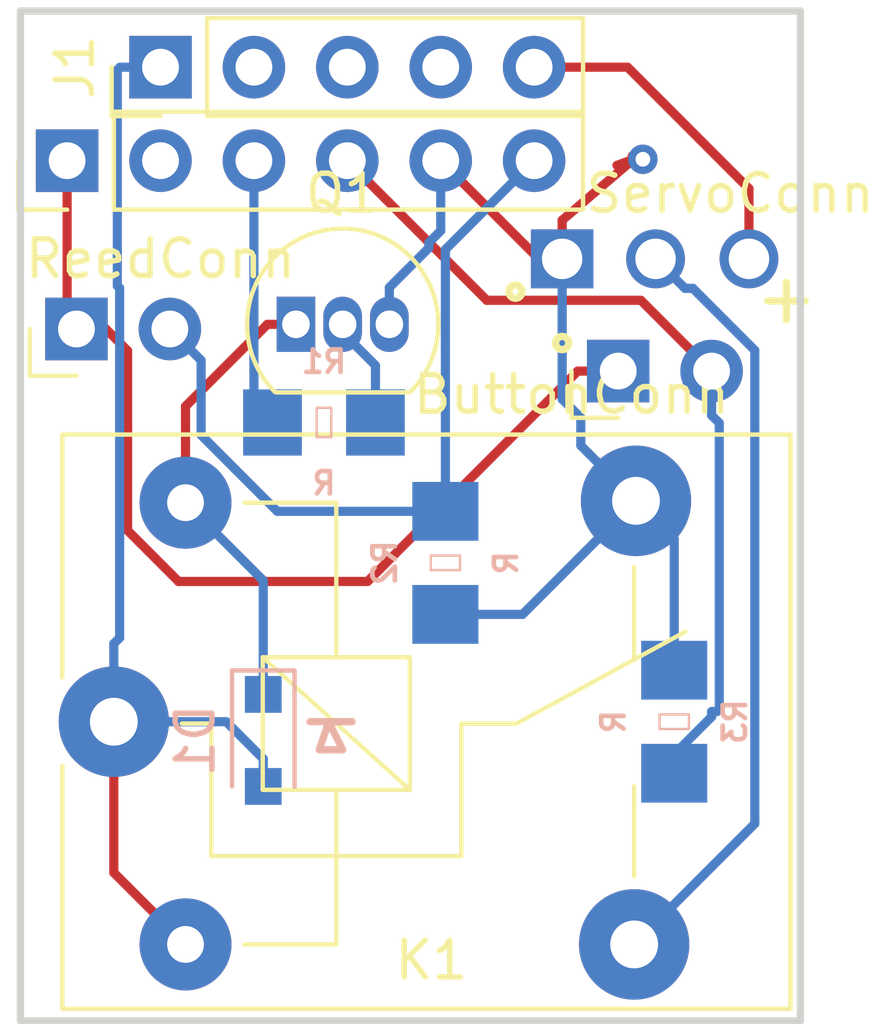
<source format=kicad_pcb>
(kicad_pcb (version 20171130) (host pcbnew "(5.0.1)-rc2")

  (general
    (thickness 1.6)
    (drawings 13)
    (tracks 80)
    (zones 0)
    (modules 11)
    (nets 11)
  )

  (page A4)
  (layers
    (0 F.Cu signal)
    (31 B.Cu signal)
    (32 B.Adhes user)
    (33 F.Adhes user)
    (34 B.Paste user)
    (35 F.Paste user)
    (36 B.SilkS user)
    (37 F.SilkS user)
    (38 B.Mask user)
    (39 F.Mask user)
    (40 Dwgs.User user hide)
    (41 Cmts.User user)
    (42 Eco1.User user)
    (43 Eco2.User user)
    (44 Edge.Cuts user)
    (45 Margin user)
    (46 B.CrtYd user hide)
    (47 F.CrtYd user hide)
    (48 B.Fab user)
    (49 F.Fab user hide)
  )

  (setup
    (last_trace_width 0.25)
    (trace_clearance 0.2)
    (zone_clearance 0.508)
    (zone_45_only no)
    (trace_min 0.2)
    (segment_width 0.2)
    (edge_width 0.15)
    (via_size 0.8)
    (via_drill 0.4)
    (via_min_size 0.4)
    (via_min_drill 0.3)
    (uvia_size 0.3)
    (uvia_drill 0.1)
    (uvias_allowed no)
    (uvia_min_size 0.2)
    (uvia_min_drill 0.1)
    (pcb_text_width 0.3)
    (pcb_text_size 1.5 1.5)
    (mod_edge_width 0.15)
    (mod_text_size 1 1)
    (mod_text_width 0.15)
    (pad_size 1.524 1.524)
    (pad_drill 0.762)
    (pad_to_mask_clearance 0.051)
    (solder_mask_min_width 0.25)
    (aux_axis_origin 0 0)
    (visible_elements 7FFFFFFF)
    (pcbplotparams
      (layerselection 0x010fc_ffffffff)
      (usegerberextensions false)
      (usegerberattributes false)
      (usegerberadvancedattributes false)
      (creategerberjobfile false)
      (excludeedgelayer true)
      (linewidth 0.100000)
      (plotframeref false)
      (viasonmask false)
      (mode 1)
      (useauxorigin false)
      (hpglpennumber 1)
      (hpglpenspeed 20)
      (hpglpendiameter 15.000000)
      (psnegative false)
      (psa4output false)
      (plotreference true)
      (plotvalue true)
      (plotinvisibletext false)
      (padsonsilk false)
      (subtractmaskfromsilk false)
      (outputformat 1)
      (mirror false)
      (drillshape 0)
      (scaleselection 1)
      (outputdirectory "Gerber/"))
  )

  (net 0 "")
  (net 1 "Net-(D1-Pad1)")
  (net 2 /5v_IN)
  (net 3 GND)
  (net 4 /3V3_IN)
  (net 5 /Relay_P3)
  (net 6 /Button_P4)
  (net 7 /Reed_P17)
  (net 8 "Net-(J3-Pad2)")
  (net 9 "Net-(Q1-Pad2)")
  (net 10 /ServoPWM_P18)

  (net_class Default "This is the default net class."
    (clearance 0.2)
    (trace_width 0.25)
    (via_dia 0.8)
    (via_drill 0.4)
    (uvia_dia 0.3)
    (uvia_drill 0.1)
    (add_net /3V3_IN)
    (add_net /5v_IN)
    (add_net /Button_P4)
    (add_net /Reed_P17)
    (add_net /Relay_P3)
    (add_net /ServoPWM_P18)
    (add_net GND)
    (add_net "Net-(D1-Pad1)")
    (add_net "Net-(J3-Pad2)")
    (add_net "Net-(Q1-Pad2)")
  )

  (module Relay_THT:Relay_SPDT_SANYOU_SRD_Series_Form_C (layer F.Cu) (tedit 58FA3148) (tstamp 5C1DDB14)
    (at 119.38 73.66)
    (descr "relay Sanyou SRD series Form C http://www.sanyourelay.ca/public/products/pdf/SRD.pdf")
    (tags "relay Sanyu SRD form C")
    (path /5BF58BC0)
    (fp_text reference K1 (at 8.636 6.477) (layer F.SilkS)
      (effects (font (size 1 1) (thickness 0.15)))
    )
    (fp_text value SANYOU_SRD_Form_C (at 8 -9.6) (layer F.Fab)
      (effects (font (size 1 1) (thickness 0.15)))
    )
    (fp_line (start -1.4 1.2) (end -1.4 7.8) (layer F.SilkS) (width 0.12))
    (fp_line (start -1.4 -7.8) (end -1.4 -1.2) (layer F.SilkS) (width 0.12))
    (fp_line (start -1.4 -7.8) (end 18.4 -7.8) (layer F.SilkS) (width 0.12))
    (fp_line (start 18.4 -7.8) (end 18.4 7.8) (layer F.SilkS) (width 0.12))
    (fp_line (start 18.4 7.8) (end -1.4 7.8) (layer F.SilkS) (width 0.12))
    (fp_text user 1 (at 0 -2.3) (layer F.Fab)
      (effects (font (size 1 1) (thickness 0.15)))
    )
    (fp_line (start -1.3 -7.7) (end 18.3 -7.7) (layer F.Fab) (width 0.12))
    (fp_line (start 18.3 -7.7) (end 18.3 7.7) (layer F.Fab) (width 0.12))
    (fp_line (start 18.3 7.7) (end -1.3 7.7) (layer F.Fab) (width 0.12))
    (fp_line (start -1.3 7.7) (end -1.3 -7.7) (layer F.Fab) (width 0.12))
    (fp_text user %R (at 7.1 0.025) (layer F.Fab)
      (effects (font (size 1 1) (thickness 0.15)))
    )
    (fp_line (start 18.55 -7.95) (end -1.55 -7.95) (layer F.CrtYd) (width 0.05))
    (fp_line (start -1.55 7.95) (end -1.55 -7.95) (layer F.CrtYd) (width 0.05))
    (fp_line (start 18.55 -7.95) (end 18.55 7.95) (layer F.CrtYd) (width 0.05))
    (fp_line (start -1.55 7.95) (end 18.55 7.95) (layer F.CrtYd) (width 0.05))
    (fp_line (start 14.15 4.2) (end 14.15 1.75) (layer F.SilkS) (width 0.12))
    (fp_line (start 14.15 -4.2) (end 14.15 -1.7) (layer F.SilkS) (width 0.12))
    (fp_line (start 3.55 6.05) (end 6.05 6.05) (layer F.SilkS) (width 0.12))
    (fp_line (start 2.65 0.05) (end 1.85 0.05) (layer F.SilkS) (width 0.12))
    (fp_line (start 6.05 -5.95) (end 3.55 -5.95) (layer F.SilkS) (width 0.12))
    (fp_line (start 9.45 0.05) (end 10.95 0.05) (layer F.SilkS) (width 0.12))
    (fp_line (start 10.95 0.05) (end 15.55 -2.45) (layer F.SilkS) (width 0.12))
    (fp_line (start 9.45 3.65) (end 2.65 3.65) (layer F.SilkS) (width 0.12))
    (fp_line (start 9.45 0.05) (end 9.45 3.65) (layer F.SilkS) (width 0.12))
    (fp_line (start 2.65 0.05) (end 2.65 3.65) (layer F.SilkS) (width 0.12))
    (fp_line (start 6.05 -5.95) (end 6.05 -1.75) (layer F.SilkS) (width 0.12))
    (fp_line (start 6.05 1.85) (end 6.05 6.05) (layer F.SilkS) (width 0.12))
    (fp_line (start 8.05 1.85) (end 4.05 -1.75) (layer F.SilkS) (width 0.12))
    (fp_line (start 4.05 1.85) (end 4.05 -1.75) (layer F.SilkS) (width 0.12))
    (fp_line (start 4.05 -1.75) (end 8.05 -1.75) (layer F.SilkS) (width 0.12))
    (fp_line (start 8.05 -1.75) (end 8.05 1.85) (layer F.SilkS) (width 0.12))
    (fp_line (start 8.05 1.85) (end 4.05 1.85) (layer F.SilkS) (width 0.12))
    (pad 2 thru_hole circle (at 1.95 6.05 90) (size 2.5 2.5) (drill 1) (layers *.Cu *.Mask)
      (net 2 /5v_IN))
    (pad 3 thru_hole circle (at 14.15 6.05 90) (size 3 3) (drill 1.3) (layers *.Cu *.Mask)
      (net 8 "Net-(J3-Pad2)"))
    (pad 4 thru_hole circle (at 14.2 -6 90) (size 3 3) (drill 1.3) (layers *.Cu *.Mask)
      (net 3 GND))
    (pad 5 thru_hole circle (at 1.95 -5.95 90) (size 2.5 2.5) (drill 1) (layers *.Cu *.Mask)
      (net 1 "Net-(D1-Pad1)"))
    (pad 1 thru_hole circle (at 0 0 90) (size 3 3) (drill 1.3) (layers *.Cu *.Mask)
      (net 2 /5v_IN))
    (model ${KISYS3DMOD}/Relay_THT.3dshapes/Relay_SPDT_SANYOU_SRD_Series_Form_C.wrl
      (at (xyz 0 0 0))
      (scale (xyz 1 1 1))
      (rotate (xyz 0 0 0))
    )
  )

  (module Diode_SMD:D_SOD-323_HandSoldering (layer B.Cu) (tedit 58641869) (tstamp 5C1DD9E5)
    (at 123.444 74.168 270)
    (descr SOD-323)
    (tags SOD-323)
    (path /5BF58F4E)
    (attr smd)
    (fp_text reference D1 (at 0 1.85 270) (layer B.SilkS)
      (effects (font (size 1 1) (thickness 0.15)) (justify mirror))
    )
    (fp_text value DIODE (at 0.1 -1.9 270) (layer B.Fab)
      (effects (font (size 1 1) (thickness 0.15)) (justify mirror))
    )
    (fp_text user %R (at 0 1.85 270) (layer B.Fab)
      (effects (font (size 1 1) (thickness 0.15)) (justify mirror))
    )
    (fp_line (start -1.9 0.85) (end -1.9 -0.85) (layer B.SilkS) (width 0.12))
    (fp_line (start 0.2 0) (end 0.45 0) (layer B.Fab) (width 0.1))
    (fp_line (start 0.2 -0.35) (end -0.3 0) (layer B.Fab) (width 0.1))
    (fp_line (start 0.2 0.35) (end 0.2 -0.35) (layer B.Fab) (width 0.1))
    (fp_line (start -0.3 0) (end 0.2 0.35) (layer B.Fab) (width 0.1))
    (fp_line (start -0.3 0) (end -0.5 0) (layer B.Fab) (width 0.1))
    (fp_line (start -0.3 0.35) (end -0.3 -0.35) (layer B.Fab) (width 0.1))
    (fp_line (start -0.9 -0.7) (end -0.9 0.7) (layer B.Fab) (width 0.1))
    (fp_line (start 0.9 -0.7) (end -0.9 -0.7) (layer B.Fab) (width 0.1))
    (fp_line (start 0.9 0.7) (end 0.9 -0.7) (layer B.Fab) (width 0.1))
    (fp_line (start -0.9 0.7) (end 0.9 0.7) (layer B.Fab) (width 0.1))
    (fp_line (start -2 0.95) (end 2 0.95) (layer B.CrtYd) (width 0.05))
    (fp_line (start 2 0.95) (end 2 -0.95) (layer B.CrtYd) (width 0.05))
    (fp_line (start -2 -0.95) (end 2 -0.95) (layer B.CrtYd) (width 0.05))
    (fp_line (start -2 0.95) (end -2 -0.95) (layer B.CrtYd) (width 0.05))
    (fp_line (start -1.9 -0.85) (end 1.25 -0.85) (layer B.SilkS) (width 0.12))
    (fp_line (start -1.9 0.85) (end 1.25 0.85) (layer B.SilkS) (width 0.12))
    (pad 1 smd rect (at -1.25 0 270) (size 1 1) (layers B.Cu B.Paste B.Mask)
      (net 1 "Net-(D1-Pad1)"))
    (pad 2 smd rect (at 1.25 0 270) (size 1 1) (layers B.Cu B.Paste B.Mask)
      (net 2 /5v_IN))
    (model ${KISYS3DMOD}/Diode_SMD.3dshapes/D_SOD-323.wrl
      (at (xyz 0 0 0))
      (scale (xyz 1 1 1))
      (rotate (xyz 0 0 0))
    )
  )

  (module Package_TO_SOT_THT:TO-92_Inline (layer F.Cu) (tedit 5A1DD157) (tstamp 5C1DDB26)
    (at 124.333 62.865)
    (descr "TO-92 leads in-line, narrow, oval pads, drill 0.75mm (see NXP sot054_po.pdf)")
    (tags "to-92 sc-43 sc-43a sot54 PA33 transistor")
    (path /5BF58CF5)
    (fp_text reference Q1 (at 1.27 -3.56) (layer F.SilkS)
      (effects (font (size 1 1) (thickness 0.15)))
    )
    (fp_text value BC547 (at 1.27 2.79) (layer F.Fab)
      (effects (font (size 1 1) (thickness 0.15)))
    )
    (fp_text user %R (at 1.27 -3.56) (layer F.Fab)
      (effects (font (size 1 1) (thickness 0.15)))
    )
    (fp_line (start -0.53 1.85) (end 3.07 1.85) (layer F.SilkS) (width 0.12))
    (fp_line (start -0.5 1.75) (end 3 1.75) (layer F.Fab) (width 0.1))
    (fp_line (start -1.46 -2.73) (end 4 -2.73) (layer F.CrtYd) (width 0.05))
    (fp_line (start -1.46 -2.73) (end -1.46 2.01) (layer F.CrtYd) (width 0.05))
    (fp_line (start 4 2.01) (end 4 -2.73) (layer F.CrtYd) (width 0.05))
    (fp_line (start 4 2.01) (end -1.46 2.01) (layer F.CrtYd) (width 0.05))
    (fp_arc (start 1.27 0) (end 1.27 -2.48) (angle 135) (layer F.Fab) (width 0.1))
    (fp_arc (start 1.27 0) (end 1.27 -2.6) (angle -135) (layer F.SilkS) (width 0.12))
    (fp_arc (start 1.27 0) (end 1.27 -2.48) (angle -135) (layer F.Fab) (width 0.1))
    (fp_arc (start 1.27 0) (end 1.27 -2.6) (angle 135) (layer F.SilkS) (width 0.12))
    (pad 2 thru_hole oval (at 1.27 0) (size 1.05 1.5) (drill 0.75) (layers *.Cu *.Mask)
      (net 9 "Net-(Q1-Pad2)"))
    (pad 3 thru_hole oval (at 2.54 0) (size 1.05 1.5) (drill 0.75) (layers *.Cu *.Mask)
      (net 3 GND))
    (pad 1 thru_hole rect (at 0 0) (size 1.05 1.5) (drill 0.75) (layers *.Cu *.Mask)
      (net 1 "Net-(D1-Pad1)"))
    (model ${KISYS3DMOD}/Package_TO_SOT_THT.3dshapes/TO-92_Inline.wrl
      (at (xyz 0 0 0))
      (scale (xyz 1 1 1))
      (rotate (xyz 0 0 0))
    )
  )

  (module Resistors:1206 (layer B.Cu) (tedit 200000) (tstamp 5C1DDB3E)
    (at 125.095 65.532 180)
    (descr "GENERIC 3216 (1206) PACKAGE")
    (tags "GENERIC 3216 (1206) PACKAGE")
    (path /5BF58D69)
    (attr smd)
    (fp_text reference R1 (at 0 1.651 180) (layer B.SilkS)
      (effects (font (size 0.6096 0.6096) (thickness 0.127)) (justify mirror))
    )
    (fp_text value R (at 0 -1.651 180) (layer B.SilkS)
      (effects (font (size 0.6096 0.6096) (thickness 0.127)) (justify mirror))
    )
    (fp_line (start -0.96266 -0.78486) (end 0.96266 -0.78486) (layer Dwgs.User) (width 0.1016))
    (fp_line (start -0.96266 0.78486) (end 0.96266 0.78486) (layer Dwgs.User) (width 0.1016))
    (fp_line (start 2.39776 1.09982) (end 2.39776 -1.09982) (layer B.CrtYd) (width 0.0508))
    (fp_line (start -2.39776 -1.09982) (end -2.39776 1.09982) (layer B.CrtYd) (width 0.0508))
    (fp_line (start 2.39776 -1.09982) (end -2.39776 -1.09982) (layer B.CrtYd) (width 0.0508))
    (fp_line (start -2.39776 1.09982) (end 2.39776 1.09982) (layer B.CrtYd) (width 0.0508))
    (fp_line (start -0.19812 -0.39878) (end -0.19812 0.39878) (layer B.SilkS) (width 0.06604))
    (fp_line (start -0.19812 0.39878) (end 0.19812 0.39878) (layer B.SilkS) (width 0.06604))
    (fp_line (start 0.19812 -0.39878) (end 0.19812 0.39878) (layer B.SilkS) (width 0.06604))
    (fp_line (start -0.19812 -0.39878) (end 0.19812 -0.39878) (layer B.SilkS) (width 0.06604))
    (fp_line (start 0.94996 -0.84836) (end 0.94996 0.8509) (layer Dwgs.User) (width 0.06604))
    (fp_line (start 0.94996 0.8509) (end 1.7018 0.8509) (layer Dwgs.User) (width 0.06604))
    (fp_line (start 1.7018 -0.84836) (end 1.7018 0.8509) (layer Dwgs.User) (width 0.06604))
    (fp_line (start 0.94996 -0.84836) (end 1.7018 -0.84836) (layer Dwgs.User) (width 0.06604))
    (fp_line (start -1.7018 -0.8509) (end -1.7018 0.84836) (layer Dwgs.User) (width 0.06604))
    (fp_line (start -1.7018 0.84836) (end -0.94996 0.84836) (layer Dwgs.User) (width 0.06604))
    (fp_line (start -0.94996 -0.8509) (end -0.94996 0.84836) (layer Dwgs.User) (width 0.06604))
    (fp_line (start -1.7018 -0.8509) (end -0.94996 -0.8509) (layer Dwgs.User) (width 0.06604))
    (pad 2 smd rect (at 1.39954 0 180) (size 1.59766 1.79832) (layers B.Cu B.Paste B.Mask)
      (net 5 /Relay_P3) (solder_mask_margin 0.1016))
    (pad 1 smd rect (at -1.39954 0 180) (size 1.59766 1.79832) (layers B.Cu B.Paste B.Mask)
      (net 9 "Net-(Q1-Pad2)") (solder_mask_margin 0.1016))
  )

  (module Resistors:1206 (layer B.Cu) (tedit 200000) (tstamp 5C1DDB56)
    (at 128.397 69.34454 270)
    (descr "GENERIC 3216 (1206) PACKAGE")
    (tags "GENERIC 3216 (1206) PACKAGE")
    (path /5BF598F1)
    (attr smd)
    (fp_text reference R2 (at 0 1.651 270) (layer B.SilkS)
      (effects (font (size 0.6096 0.6096) (thickness 0.127)) (justify mirror))
    )
    (fp_text value R (at 0 -1.651 270) (layer B.SilkS)
      (effects (font (size 0.6096 0.6096) (thickness 0.127)) (justify mirror))
    )
    (fp_line (start -1.7018 -0.8509) (end -0.94996 -0.8509) (layer Dwgs.User) (width 0.06604))
    (fp_line (start -0.94996 -0.8509) (end -0.94996 0.84836) (layer Dwgs.User) (width 0.06604))
    (fp_line (start -1.7018 0.84836) (end -0.94996 0.84836) (layer Dwgs.User) (width 0.06604))
    (fp_line (start -1.7018 -0.8509) (end -1.7018 0.84836) (layer Dwgs.User) (width 0.06604))
    (fp_line (start 0.94996 -0.84836) (end 1.7018 -0.84836) (layer Dwgs.User) (width 0.06604))
    (fp_line (start 1.7018 -0.84836) (end 1.7018 0.8509) (layer Dwgs.User) (width 0.06604))
    (fp_line (start 0.94996 0.8509) (end 1.7018 0.8509) (layer Dwgs.User) (width 0.06604))
    (fp_line (start 0.94996 -0.84836) (end 0.94996 0.8509) (layer Dwgs.User) (width 0.06604))
    (fp_line (start -0.19812 -0.39878) (end 0.19812 -0.39878) (layer B.SilkS) (width 0.06604))
    (fp_line (start 0.19812 -0.39878) (end 0.19812 0.39878) (layer B.SilkS) (width 0.06604))
    (fp_line (start -0.19812 0.39878) (end 0.19812 0.39878) (layer B.SilkS) (width 0.06604))
    (fp_line (start -0.19812 -0.39878) (end -0.19812 0.39878) (layer B.SilkS) (width 0.06604))
    (fp_line (start -2.39776 1.09982) (end 2.39776 1.09982) (layer B.CrtYd) (width 0.0508))
    (fp_line (start 2.39776 -1.09982) (end -2.39776 -1.09982) (layer B.CrtYd) (width 0.0508))
    (fp_line (start -2.39776 -1.09982) (end -2.39776 1.09982) (layer B.CrtYd) (width 0.0508))
    (fp_line (start 2.39776 1.09982) (end 2.39776 -1.09982) (layer B.CrtYd) (width 0.0508))
    (fp_line (start -0.96266 0.78486) (end 0.96266 0.78486) (layer Dwgs.User) (width 0.1016))
    (fp_line (start -0.96266 -0.78486) (end 0.96266 -0.78486) (layer Dwgs.User) (width 0.1016))
    (pad 1 smd rect (at -1.39954 0 270) (size 1.59766 1.79832) (layers B.Cu B.Paste B.Mask)
      (net 7 /Reed_P17) (solder_mask_margin 0.1016))
    (pad 2 smd rect (at 1.39954 0 270) (size 1.59766 1.79832) (layers B.Cu B.Paste B.Mask)
      (net 3 GND) (solder_mask_margin 0.1016))
  )

  (module Resistors:1206 (layer B.Cu) (tedit 200000) (tstamp 5C1DDB6E)
    (at 134.62 73.66 90)
    (descr "GENERIC 3216 (1206) PACKAGE")
    (tags "GENERIC 3216 (1206) PACKAGE")
    (path /5BF5889E)
    (attr smd)
    (fp_text reference R3 (at 0 1.651 90) (layer B.SilkS)
      (effects (font (size 0.6096 0.6096) (thickness 0.127)) (justify mirror))
    )
    (fp_text value R (at 0 -1.651 90) (layer B.SilkS)
      (effects (font (size 0.6096 0.6096) (thickness 0.127)) (justify mirror))
    )
    (fp_line (start -1.7018 -0.8509) (end -0.94996 -0.8509) (layer Dwgs.User) (width 0.06604))
    (fp_line (start -0.94996 -0.8509) (end -0.94996 0.84836) (layer Dwgs.User) (width 0.06604))
    (fp_line (start -1.7018 0.84836) (end -0.94996 0.84836) (layer Dwgs.User) (width 0.06604))
    (fp_line (start -1.7018 -0.8509) (end -1.7018 0.84836) (layer Dwgs.User) (width 0.06604))
    (fp_line (start 0.94996 -0.84836) (end 1.7018 -0.84836) (layer Dwgs.User) (width 0.06604))
    (fp_line (start 1.7018 -0.84836) (end 1.7018 0.8509) (layer Dwgs.User) (width 0.06604))
    (fp_line (start 0.94996 0.8509) (end 1.7018 0.8509) (layer Dwgs.User) (width 0.06604))
    (fp_line (start 0.94996 -0.84836) (end 0.94996 0.8509) (layer Dwgs.User) (width 0.06604))
    (fp_line (start -0.19812 -0.39878) (end 0.19812 -0.39878) (layer B.SilkS) (width 0.06604))
    (fp_line (start 0.19812 -0.39878) (end 0.19812 0.39878) (layer B.SilkS) (width 0.06604))
    (fp_line (start -0.19812 0.39878) (end 0.19812 0.39878) (layer B.SilkS) (width 0.06604))
    (fp_line (start -0.19812 -0.39878) (end -0.19812 0.39878) (layer B.SilkS) (width 0.06604))
    (fp_line (start -2.39776 1.09982) (end 2.39776 1.09982) (layer B.CrtYd) (width 0.0508))
    (fp_line (start 2.39776 -1.09982) (end -2.39776 -1.09982) (layer B.CrtYd) (width 0.0508))
    (fp_line (start -2.39776 -1.09982) (end -2.39776 1.09982) (layer B.CrtYd) (width 0.0508))
    (fp_line (start 2.39776 1.09982) (end 2.39776 -1.09982) (layer B.CrtYd) (width 0.0508))
    (fp_line (start -0.96266 0.78486) (end 0.96266 0.78486) (layer Dwgs.User) (width 0.1016))
    (fp_line (start -0.96266 -0.78486) (end 0.96266 -0.78486) (layer Dwgs.User) (width 0.1016))
    (pad 1 smd rect (at -1.39954 0 90) (size 1.59766 1.79832) (layers B.Cu B.Paste B.Mask)
      (net 6 /Button_P4) (solder_mask_margin 0.1016))
    (pad 2 smd rect (at 1.39954 0 90) (size 1.59766 1.79832) (layers B.Cu B.Paste B.Mask)
      (net 3 GND) (solder_mask_margin 0.1016))
  )

  (module EbayParts:Pin_Header_1x03_Pitch2.54mm (layer F.Cu) (tedit 5BF50FF4) (tstamp 5C2CAAED)
    (at 131.572 61.087 90)
    (descr "Through hole angled pin header, 1x03, 2.54mm pitch, 6mm pin length, single row")
    (tags "Through hole angled pin header THT 1x03 2.54mm single row")
    (path /5BF58A81)
    (fp_text reference J3 (at 4.315 -2.27 90) (layer F.SilkS) hide
      (effects (font (size 1 1) (thickness 0.15)))
    )
    (fp_text value ServoConn (at 1.778 4.572 180) (layer F.SilkS)
      (effects (font (size 1 1) (thickness 0.15)))
    )
    (pad 1 thru_hole rect (at 0 0 90) (size 1.6 1.7) (drill 1.1) (layers *.Cu *.Mask)
      (net 3 GND))
    (pad 2 thru_hole circle (at 0 2.54 90) (size 1.6 1.6) (drill 1.1) (layers *.Cu *.Mask)
      (net 8 "Net-(J3-Pad2)"))
    (pad 3 thru_hole circle (at 0 5.08 90) (size 1.6 1.6) (drill 1.1) (layers *.Cu *.Mask)
      (net 10 /ServoPWM_P18))
    (model ${KISYS3DMOD}/Pin_Headers.3dshapes/Pin_Header_Angled_1x03_Pitch2.54mm.wrl
      (offset (xyz 0 -2.539999961853027 0))
      (scale (xyz 1 1 1))
      (rotate (xyz 0 0 90))
    )
  )

  (module CustomFP:PinHeader_1x02_P2.54mm_Horizontal (layer F.Cu) (tedit 5BF51033) (tstamp 5C2CAAF3)
    (at 118.364 62.992 90)
    (descr "Through hole angled pin header, 1x02, 2.54mm pitch, 6mm pin length, single row")
    (tags "Through hole angled pin header THT 1x02 2.54mm single row")
    (path /5BF598EB)
    (fp_text reference J4 (at 4.385 -2.27 90) (layer F.SilkS) hide
      (effects (font (size 1 1) (thickness 0.15)))
    )
    (fp_text value ReedConn (at 1.905 2.286 180) (layer F.SilkS)
      (effects (font (size 1 1) (thickness 0.15)))
    )
    (fp_line (start -1.27 -1.27) (end 0 -1.27) (layer F.SilkS) (width 0.12))
    (fp_line (start -1.27 0) (end -1.27 -1.27) (layer F.SilkS) (width 0.12))
    (fp_line (start -0.32 2.22) (end -0.32 2.86) (layer F.Fab) (width 0.1))
    (fp_line (start -0.32 -0.32) (end -0.32 0.32) (layer F.Fab) (width 0.1))
    (pad 2 thru_hole oval (at 0 2.54 90) (size 1.7 1.7) (drill 1) (layers *.Cu *.Mask)
      (net 7 /Reed_P17))
    (pad 1 thru_hole rect (at 0 0 90) (size 1.7 1.7) (drill 1) (layers *.Cu *.Mask)
      (net 4 /3V3_IN))
    (model ${KISYS3DMOD}/Connector_PinHeader_2.54mm.3dshapes/PinHeader_1x02_P2.54mm_Horizontal.wrl
      (at (xyz 0 0 0))
      (scale (xyz 1 1 1))
      (rotate (xyz 0 0 0))
    )
  )

  (module CustomFP:PinHeader_1x02_P2.54mm_Horizontal (layer F.Cu) (tedit 5BF5103B) (tstamp 5C0357AA)
    (at 133.096 64.135 90)
    (descr "Through hole angled pin header, 1x02, 2.54mm pitch, 6mm pin length, single row")
    (tags "Through hole angled pin header THT 1x02 2.54mm single row")
    (path /5BF5870F)
    (fp_text reference J5 (at -0.579999 4.318 90) (layer F.SilkS) hide
      (effects (font (size 1 1) (thickness 0.15)))
    )
    (fp_text value ButtonConn (at -0.635 -1.27 180) (layer F.SilkS)
      (effects (font (size 1 1) (thickness 0.15)))
    )
    (fp_line (start -0.32 -0.32) (end -0.32 0.32) (layer F.Fab) (width 0.1))
    (fp_line (start -0.32 2.22) (end -0.32 2.86) (layer F.Fab) (width 0.1))
    (fp_line (start -1.27 0) (end -1.27 -1.27) (layer F.SilkS) (width 0.12))
    (fp_line (start -1.27 -1.27) (end 0 -1.27) (layer F.SilkS) (width 0.12))
    (pad 1 thru_hole rect (at 0 0 90) (size 1.7 1.7) (drill 1) (layers *.Cu *.Mask)
      (net 4 /3V3_IN))
    (pad 2 thru_hole oval (at 0 2.54 90) (size 1.7 1.7) (drill 1) (layers *.Cu *.Mask)
      (net 6 /Button_P4))
    (model ${KISYS3DMOD}/Connector_PinHeader_2.54mm.3dshapes/PinHeader_1x02_P2.54mm_Horizontal.wrl
      (at (xyz 0 0 0))
      (scale (xyz 1 1 1))
      (rotate (xyz 0 0 0))
    )
  )

  (module Connector_PinHeader_2.54mm:PinHeader_1x05_P2.54mm_Vertical (layer F.Cu) (tedit 59FED5CC) (tstamp 5C03529C)
    (at 120.65 55.88 90)
    (descr "Through hole straight pin header, 1x05, 2.54mm pitch, single row")
    (tags "Through hole pin header THT 1x05 2.54mm single row")
    (path /5BF51397)
    (fp_text reference J1 (at 0 -2.33 90) (layer F.SilkS)
      (effects (font (size 1 1) (thickness 0.15)))
    )
    (fp_text value Conn_01x05_Male (at 0 12.49 90) (layer F.Fab)
      (effects (font (size 1 1) (thickness 0.15)))
    )
    (fp_line (start -0.635 -1.27) (end 1.27 -1.27) (layer F.Fab) (width 0.1))
    (fp_line (start 1.27 -1.27) (end 1.27 11.43) (layer F.Fab) (width 0.1))
    (fp_line (start 1.27 11.43) (end -1.27 11.43) (layer F.Fab) (width 0.1))
    (fp_line (start -1.27 11.43) (end -1.27 -0.635) (layer F.Fab) (width 0.1))
    (fp_line (start -1.27 -0.635) (end -0.635 -1.27) (layer F.Fab) (width 0.1))
    (fp_line (start -1.33 11.49) (end 1.33 11.49) (layer F.SilkS) (width 0.12))
    (fp_line (start -1.33 1.27) (end -1.33 11.49) (layer F.SilkS) (width 0.12))
    (fp_line (start 1.33 1.27) (end 1.33 11.49) (layer F.SilkS) (width 0.12))
    (fp_line (start -1.33 1.27) (end 1.33 1.27) (layer F.SilkS) (width 0.12))
    (fp_line (start -1.33 0) (end -1.33 -1.33) (layer F.SilkS) (width 0.12))
    (fp_line (start -1.33 -1.33) (end 0 -1.33) (layer F.SilkS) (width 0.12))
    (fp_line (start -1.8 -1.8) (end -1.8 11.95) (layer F.CrtYd) (width 0.05))
    (fp_line (start -1.8 11.95) (end 1.8 11.95) (layer F.CrtYd) (width 0.05))
    (fp_line (start 1.8 11.95) (end 1.8 -1.8) (layer F.CrtYd) (width 0.05))
    (fp_line (start 1.8 -1.8) (end -1.8 -1.8) (layer F.CrtYd) (width 0.05))
    (fp_text user %R (at 0 5.08 180) (layer F.Fab)
      (effects (font (size 1 1) (thickness 0.15)))
    )
    (pad 1 thru_hole rect (at 0 0 90) (size 1.7 1.7) (drill 1) (layers *.Cu *.Mask)
      (net 2 /5v_IN))
    (pad 2 thru_hole oval (at 0 2.54 90) (size 1.7 1.7) (drill 1) (layers *.Cu *.Mask))
    (pad 3 thru_hole oval (at 0 5.08 90) (size 1.7 1.7) (drill 1) (layers *.Cu *.Mask))
    (pad 4 thru_hole oval (at 0 7.62 90) (size 1.7 1.7) (drill 1) (layers *.Cu *.Mask))
    (pad 5 thru_hole oval (at 0 10.16 90) (size 1.7 1.7) (drill 1) (layers *.Cu *.Mask)
      (net 10 /ServoPWM_P18))
    (model ${KISYS3DMOD}/Connector_PinHeader_2.54mm.3dshapes/PinHeader_1x05_P2.54mm_Vertical.wrl
      (at (xyz 0 0 0))
      (scale (xyz 1 1 1))
      (rotate (xyz 0 0 0))
    )
  )

  (module Connector_PinHeader_2.54mm:PinHeader_1x06_P2.54mm_Vertical (layer F.Cu) (tedit 5BF51284) (tstamp 5C0352B4)
    (at 118.11 58.42 90)
    (descr "Through hole straight pin header, 1x06, 2.54mm pitch, single row")
    (tags "Through hole pin header THT 1x06 2.54mm single row")
    (path /5BF5D2C2)
    (fp_text reference J2 (at 0 -2.33 90) (layer F.SilkS) hide
      (effects (font (size 1 1) (thickness 0.15)))
    )
    (fp_text value Conn_01x06_Male (at 0 15.03 90) (layer F.Fab)
      (effects (font (size 1 1) (thickness 0.15)))
    )
    (fp_line (start -0.635 -1.27) (end 1.27 -1.27) (layer F.Fab) (width 0.1))
    (fp_line (start 1.27 -1.27) (end 1.27 13.97) (layer F.Fab) (width 0.1))
    (fp_line (start 1.27 13.97) (end -1.27 13.97) (layer F.Fab) (width 0.1))
    (fp_line (start -1.27 13.97) (end -1.27 -0.635) (layer F.Fab) (width 0.1))
    (fp_line (start -1.27 -0.635) (end -0.635 -1.27) (layer F.Fab) (width 0.1))
    (fp_line (start -1.33 14.03) (end 1.33 14.03) (layer F.SilkS) (width 0.12))
    (fp_line (start -1.33 1.27) (end -1.33 14.03) (layer F.SilkS) (width 0.12))
    (fp_line (start 1.33 1.27) (end 1.33 14.03) (layer F.SilkS) (width 0.12))
    (fp_line (start -1.33 1.27) (end 1.33 1.27) (layer F.SilkS) (width 0.12))
    (fp_line (start -1.33 0) (end -1.33 -1.33) (layer F.SilkS) (width 0.12))
    (fp_line (start -1.33 -1.33) (end 0 -1.33) (layer F.SilkS) (width 0.12))
    (fp_line (start -1.8 -1.8) (end -1.8 14.5) (layer F.CrtYd) (width 0.05))
    (fp_line (start -1.8 14.5) (end 1.8 14.5) (layer F.CrtYd) (width 0.05))
    (fp_line (start 1.8 14.5) (end 1.8 -1.8) (layer F.CrtYd) (width 0.05))
    (fp_line (start 1.8 -1.8) (end -1.8 -1.8) (layer F.CrtYd) (width 0.05))
    (fp_text user %R (at 0 6.35 180) (layer F.Fab)
      (effects (font (size 1 1) (thickness 0.15)))
    )
    (pad 1 thru_hole rect (at 0 0 90) (size 1.7 1.7) (drill 1) (layers *.Cu *.Mask)
      (net 4 /3V3_IN))
    (pad 2 thru_hole oval (at 0 2.54 90) (size 1.7 1.7) (drill 1) (layers *.Cu *.Mask))
    (pad 3 thru_hole oval (at 0 5.08 90) (size 1.7 1.7) (drill 1) (layers *.Cu *.Mask)
      (net 5 /Relay_P3))
    (pad 4 thru_hole oval (at 0 7.62 90) (size 1.7 1.7) (drill 1) (layers *.Cu *.Mask)
      (net 6 /Button_P4))
    (pad 5 thru_hole oval (at 0 10.16 90) (size 1.7 1.7) (drill 1) (layers *.Cu *.Mask)
      (net 3 GND))
    (pad 6 thru_hole oval (at 0 12.7 90) (size 1.7 1.7) (drill 1) (layers *.Cu *.Mask)
      (net 7 /Reed_P17))
    (model ${KISYS3DMOD}/Connector_PinHeader_2.54mm.3dshapes/PinHeader_1x06_P2.54mm_Vertical.wrl
      (at (xyz 0 0 0))
      (scale (xyz 1 1 1))
      (rotate (xyz 0 0 0))
    )
  )

  (gr_circle (center 131.572 63.373) (end 131.699 63.5) (layer F.SilkS) (width 0.2) (tstamp 5C035879))
  (gr_line (start 138.049 54.356) (end 116.84 54.356) (layer Edge.Cuts) (width 0.2))
  (gr_line (start 138.049 81.788) (end 138.049 54.356) (layer Edge.Cuts) (width 0.2))
  (gr_line (start 116.84 81.788) (end 138.049 81.788) (layer Edge.Cuts) (width 0.2))
  (gr_line (start 116.84 54.356) (end 116.84 81.788) (layer Edge.Cuts) (width 0.2))
  (gr_line (start 125.603 74.422) (end 125.222 73.66) (layer B.SilkS) (width 0.2))
  (gr_line (start 124.968 74.422) (end 125.603 74.422) (layer B.SilkS) (width 0.2))
  (gr_line (start 125.222 73.66) (end 124.968 74.422) (layer B.SilkS) (width 0.2))
  (gr_line (start 125.857 73.66) (end 125.222 73.66) (layer B.SilkS) (width 0.2))
  (gr_line (start 124.714 73.66) (end 125.857 73.66) (layer B.SilkS) (width 0.2))
  (gr_circle (center 130.302 61.976) (end 130.429 62.103) (layer F.SilkS) (width 0.2))
  (gr_line (start 137.668 61.722) (end 137.668 62.738) (layer F.SilkS) (width 0.2))
  (gr_line (start 137.16 62.23) (end 138.176 62.23) (layer F.SilkS) (width 0.2))

  (segment (start 123.444 69.824) (end 123.444 72.918) (width 0.25) (layer B.Cu) (net 1) (status 20))
  (segment (start 121.33 67.71) (end 123.444 69.824) (width 0.25) (layer B.Cu) (net 1) (status 10))
  (segment (start 123.558 62.865) (end 124.333 62.865) (width 0.25) (layer F.Cu) (net 1) (status 20))
  (segment (start 121.33 65.093) (end 123.558 62.865) (width 0.25) (layer F.Cu) (net 1))
  (segment (start 121.33 67.71) (end 121.33 65.093) (width 0.25) (layer F.Cu) (net 1) (status 10))
  (segment (start 119.38 77.76) (end 119.38 73.66) (width 0.25) (layer F.Cu) (net 2) (status 20))
  (segment (start 121.33 79.71) (end 119.38 77.76) (width 0.25) (layer F.Cu) (net 2) (status 10))
  (segment (start 119.539001 61.881999) (end 119.539001 71.379679) (width 0.25) (layer B.Cu) (net 2))
  (segment (start 119.474999 61.817997) (end 119.539001 61.881999) (width 0.25) (layer B.Cu) (net 2))
  (segment (start 119.474999 55.955001) (end 119.474999 61.817997) (width 0.25) (layer B.Cu) (net 2))
  (segment (start 119.38 71.53868) (end 119.38 73.66) (width 0.25) (layer B.Cu) (net 2))
  (segment (start 119.55 55.88) (end 119.474999 55.955001) (width 0.25) (layer B.Cu) (net 2))
  (segment (start 119.539001 71.379679) (end 119.38 71.53868) (width 0.25) (layer B.Cu) (net 2))
  (segment (start 120.65 55.88) (end 119.55 55.88) (width 0.25) (layer B.Cu) (net 2))
  (segment (start 123.444 74.668) (end 123.444 75.418) (width 0.25) (layer B.Cu) (net 2))
  (segment (start 122.436 73.66) (end 123.444 74.668) (width 0.25) (layer B.Cu) (net 2))
  (segment (start 119.38 73.66) (end 122.436 73.66) (width 0.25) (layer B.Cu) (net 2))
  (via (at 133.767881 58.3816) (size 0.8) (drill 0.4) (layers F.Cu B.Cu) (net 3))
  (segment (start 133.477 58.293) (end 133.679281 58.293) (width 0.25) (layer F.Cu) (net 3))
  (segment (start 133.679281 58.293) (end 133.767881 58.3816) (width 0.25) (layer F.Cu) (net 3))
  (segment (start 133.767881 58.3816) (end 133.512009 58.3816) (width 0.25) (layer F.Cu) (net 3))
  (segment (start 130.49592 70.74408) (end 133.58 67.66) (width 0.25) (layer B.Cu) (net 3) (status 20))
  (segment (start 128.397 70.74408) (end 130.49592 70.74408) (width 0.25) (layer B.Cu) (net 3) (status 10))
  (segment (start 134.62 68.7) (end 133.58 67.66) (width 0.25) (layer B.Cu) (net 3) (status 30))
  (segment (start 134.62 72.26046) (end 134.62 68.7) (width 0.25) (layer B.Cu) (net 3) (status 30))
  (segment (start 131.572 64.896002) (end 131.572 61.087) (width 0.25) (layer B.Cu) (net 3) (status 20))
  (segment (start 132.080001 65.404003) (end 131.572 64.896002) (width 0.25) (layer B.Cu) (net 3))
  (segment (start 132.080001 66.160001) (end 132.080001 65.404003) (width 0.25) (layer B.Cu) (net 3))
  (segment (start 133.58 67.66) (end 132.080001 66.160001) (width 0.25) (layer B.Cu) (net 3) (status 10))
  (segment (start 129.119999 59.269999) (end 128.27 58.42) (width 0.25) (layer F.Cu) (net 3) (status 30))
  (segment (start 130.937 61.087) (end 129.119999 59.269999) (width 0.25) (layer F.Cu) (net 3) (status 30))
  (segment (start 131.572 61.087) (end 130.937 61.087) (width 0.25) (layer F.Cu) (net 3) (status 30))
  (segment (start 128.27 60.32359) (end 128.27 58.42) (width 0.25) (layer B.Cu) (net 3) (status 20))
  (segment (start 127.946991 60.646599) (end 128.27 60.32359) (width 0.25) (layer B.Cu) (net 3))
  (segment (start 127.94699 60.79101) (end 127.946991 60.646599) (width 0.25) (layer B.Cu) (net 3))
  (segment (start 126.873 61.865) (end 127.94699 60.79101) (width 0.25) (layer B.Cu) (net 3))
  (segment (start 126.873 62.865) (end 126.873 61.865) (width 0.25) (layer B.Cu) (net 3) (status 10))
  (segment (start 131.572 61.087) (end 131.572 60.037) (width 0.25) (layer F.Cu) (net 3))
  (segment (start 131.572 60.037) (end 133.512009 58.3816) (width 0.25) (layer F.Cu) (net 3))
  (segment (start 133.512009 58.3816) (end 133.062 58.547) (width 0.25) (layer F.Cu) (net 3))
  (segment (start 118.11 62.738) (end 118.364 62.992) (width 0.25) (layer F.Cu) (net 4) (status 30))
  (segment (start 118.11 58.42) (end 118.11 62.738) (width 0.25) (layer F.Cu) (net 4) (status 30))
  (segment (start 119.754999 68.466001) (end 121.138998 69.85) (width 0.25) (layer F.Cu) (net 4))
  (segment (start 119.754999 63.582001) (end 119.754999 68.466001) (width 0.25) (layer F.Cu) (net 4))
  (segment (start 118.364 62.992) (end 119.164998 62.992) (width 0.25) (layer F.Cu) (net 4) (status 30))
  (segment (start 119.164998 62.992) (end 119.754999 63.582001) (width 0.25) (layer F.Cu) (net 4) (status 10))
  (segment (start 131.996 64.135) (end 133.096 64.135) (width 0.25) (layer F.Cu) (net 4) (status 20))
  (segment (start 126.281 69.85) (end 131.996 64.135) (width 0.25) (layer F.Cu) (net 4))
  (segment (start 121.138998 69.85) (end 126.281 69.85) (width 0.25) (layer F.Cu) (net 4))
  (segment (start 123.19 65.02654) (end 123.69546 65.532) (width 0.25) (layer B.Cu) (net 5) (status 30))
  (segment (start 123.19 58.42) (end 123.19 65.02654) (width 0.25) (layer B.Cu) (net 5) (status 30))
  (segment (start 135.636 65.337081) (end 135.636 64.135) (width 0.25) (layer B.Cu) (net 6) (status 20))
  (segment (start 135.844161 65.545242) (end 135.636 65.337081) (width 0.25) (layer B.Cu) (net 6))
  (segment (start 135.844161 73.319291) (end 135.844161 65.545242) (width 0.25) (layer B.Cu) (net 6))
  (segment (start 135.779161 73.384291) (end 135.844161 73.319291) (width 0.25) (layer B.Cu) (net 6))
  (segment (start 135.636 73.384291) (end 135.779161 73.384291) (width 0.25) (layer B.Cu) (net 6))
  (segment (start 135.636 73.527452) (end 135.636 73.384291) (width 0.25) (layer B.Cu) (net 6))
  (segment (start 134.62 74.543452) (end 135.636 73.527452) (width 0.25) (layer B.Cu) (net 6) (status 10))
  (segment (start 134.62 75.05954) (end 134.62 74.543452) (width 0.25) (layer B.Cu) (net 6) (status 30))
  (segment (start 126.579999 59.269999) (end 125.73 58.42) (width 0.25) (layer F.Cu) (net 6) (status 30))
  (segment (start 129.522001 62.212001) (end 126.579999 59.269999) (width 0.25) (layer F.Cu) (net 6) (status 20))
  (segment (start 133.713001 62.212001) (end 129.522001 62.212001) (width 0.25) (layer F.Cu) (net 6))
  (segment (start 135.636 64.135) (end 133.713001 62.212001) (width 0.25) (layer F.Cu) (net 6) (status 10))
  (segment (start 128.397 60.833) (end 130.81 58.42) (width 0.25) (layer B.Cu) (net 7) (status 20))
  (segment (start 128.397 67.945) (end 128.397 60.833) (width 0.25) (layer B.Cu) (net 7) (status 10))
  (segment (start 123.825468 67.945) (end 128.397 67.945) (width 0.25) (layer B.Cu) (net 7) (status 20))
  (segment (start 121.753999 65.873531) (end 123.825468 67.945) (width 0.25) (layer B.Cu) (net 7))
  (segment (start 121.753999 63.841999) (end 121.753999 65.873531) (width 0.25) (layer B.Cu) (net 7) (status 10))
  (segment (start 120.904 62.992) (end 121.753999 63.841999) (width 0.25) (layer B.Cu) (net 7) (status 30))
  (segment (start 134.911999 61.886999) (end 134.112 61.087) (width 0.25) (layer B.Cu) (net 8) (status 20))
  (segment (start 135.127001 61.886999) (end 134.911999 61.886999) (width 0.25) (layer B.Cu) (net 8))
  (segment (start 136.811001 63.570999) (end 135.127001 61.886999) (width 0.25) (layer B.Cu) (net 8))
  (segment (start 136.811001 76.428999) (end 136.811001 63.570999) (width 0.25) (layer B.Cu) (net 8))
  (segment (start 133.53 79.71) (end 136.811001 76.428999) (width 0.25) (layer B.Cu) (net 8) (status 10))
  (segment (start 125.603 63.09) (end 125.603 62.865) (width 0.25) (layer B.Cu) (net 9) (status 30))
  (segment (start 126.49454 63.98154) (end 125.603 63.09) (width 0.25) (layer B.Cu) (net 9) (status 20))
  (segment (start 126.49454 65.532) (end 126.49454 63.98154) (width 0.25) (layer B.Cu) (net 9) (status 10))
  (segment (start 136.652 59.182) (end 136.652 61.087) (width 0.25) (layer F.Cu) (net 10))
  (segment (start 130.81 55.88) (end 133.35 55.88) (width 0.25) (layer F.Cu) (net 10))
  (segment (start 133.35 55.88) (end 136.652 59.182) (width 0.25) (layer F.Cu) (net 10))

  (zone (net 3) (net_name GND) (layer B.Cu) (tstamp 0) (hatch edge 0.508)
    (connect_pads (clearance 0.508))
    (min_thickness 0.254)
    (fill (arc_segments 16) (thermal_gap 0.508) (thermal_bridge_width 0.508))
    (polygon
      (pts
        (xy 116.84 54.483) (xy 116.84 81.661) (xy 116.84 81.788) (xy 138.049 81.788) (xy 138.049 54.356)
      )
    )
  )
  (zone (net 3) (net_name GND) (layer F.Cu) (tstamp 5C035972) (hatch edge 0.508)
    (connect_pads (clearance 0.508))
    (min_thickness 0.254)
    (fill (arc_segments 16) (thermal_gap 0.508) (thermal_bridge_width 0.508))
    (polygon
      (pts
        (xy 116.84 54.483) (xy 116.84 81.661) (xy 116.84 81.788) (xy 138.049 81.788) (xy 138.049 54.356)
      )
    )
  )
)

</source>
